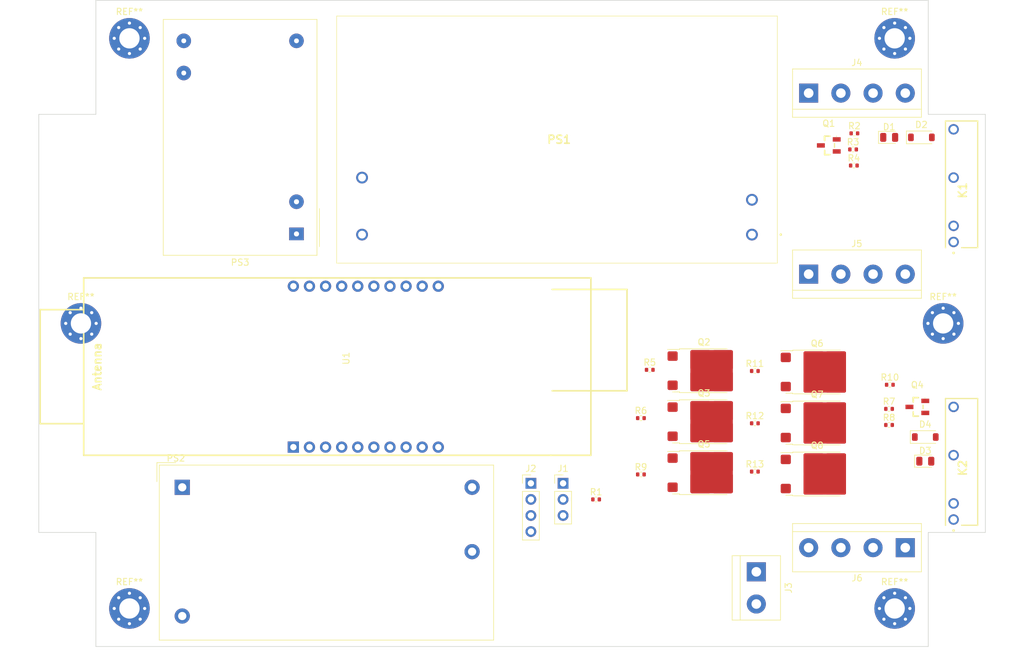
<source format=kicad_pcb>
(kicad_pcb (version 20221018) (generator pcbnew)
  (layers (0 "F.Cu" signal) (31 "B.Cu" signal) (34 "B.Paste" user) (35 "F.Paste" user) (36 "B.SilkS" user "B.Silkscreen") (37 "F.SilkS" user "F.Silkscreen") (38 "B.Mask" user) (39 "F.Mask" user) (44 "Edge.Cuts" user))
  (net 0 "")
  (net 1 "Net-(D1-K)")
  (net 2 "Net-(D1-A)")
  (net 3 "+5V")
  (net 4 "GND")
  (net 5 "+3V3")
  (net 6 "Net-(D3-K)")
  (net 7 "Net-(D3-A)")
  (net 8 "Net-(J1-Pin_3)")
  (net 9 "Net-(J2-Pin_4)")
  (net 10 "Net-(J3-Pin_1)")
  (net 11 "Net-(J3-Pin_2)")
  (net 12 "+12V")
  (net 13 "Net-(J4-Pin_2)")
  (net 14 "Net-(J4-Pin_3)")
  (net 15 "Net-(J4-Pin_4)")
  (net 16 "+24V")
  (net 17 "Net-(J6-Pin_2)")
  (net 18 "Net-(J6-Pin_3)")
  (net 19 "Net-(J6-Pin_4)")
  (net 20 "Net-(PS1-AC{slash}L)")
  (net 21 "Net-(PS2-AC{slash}L)")
  (net 23 "Net-(Q1-B)")
  (net 24 "Net-(Q2-G)")
  (net 25 "Net-(Q3-G)")
  (net 26 "Net-(Q4-B)")
  (net 27 "Net-(Q5-G)")
  (net 28 "Net-(Q6-G)")
  (net 29 "Net-(Q7-G)")
  (net 30 "Net-(Q8-G)")
  (net 31 "Net-(U1-GPIO33)")
  (net 32 "Net-(U1-GPIO32)")
  (footprint "jlcpcb:SOT-23-3_L2.9-W1.3-P1.90-LS2.4-TR" (layer "F.Cu") (at 201.93 61.595)
    (fp_text reference "Q1" (at 0 -3.459995) (layer "F.SilkS"))
    (fp_text value "2N3904")
    (fp_line (start -0.649987 -1.459995) (end -0.649987 -0.800102) (stroke (width 0.254)) (layer "F.SilkS"))
    (fp_line (start -0.649987 -1.459995) (end 0.1651 -1.459995) (stroke (width 0.254)) (layer "F.SilkS"))
    (fp_line (start -0.649987 -0.800102) (end -0.649987 -1.459995) (stroke (width 0.254)) (layer "F.SilkS"))
    (fp_line (start -0.649987 -0.800102) (end -0.649987 -1.459995) (stroke (width 0.254)) (layer "F.SilkS"))
    (fp_line (start -0.649987 1.459995) (end -0.649987 0.800102) (stroke (width 0.254)) (layer "F.SilkS"))
    (fp_line (start 0.1651 1.459995) (end -0.649987 1.459995) (stroke (width 0.254)) (layer "F.SilkS"))
    (fp_line (start 0.899924 0.299975) (end 0.899924 -0.299975) (stroke (width 0.2)) (layer "F.SilkS"))
    (fp_circle (center 1.2 -1.450013) (end 1.229997 -1.450013) (stroke (width 0.059995)) (fill none) (layer "F.SilkS"))
    (pad "1" smd rect (at 1.249682 -0.949962 270) (size 0.7 1.250013) (layers "F.Cu" "F.Paste" "F.Mask") (net 4 "GND"))
    (pad "2" smd rect (at 1.249682 0.949962 270) (size 0.7 1.250013) (layers "F.Cu" "F.Paste" "F.Mask") (net 23 "Net-(Q1-B)"))
    (pad "3" smd rect (at -1.249682 0 270) (size 0.7 1.250013) (layers "F.Cu" "F.Paste" "F.Mask") (net 1 "Net-(D1-K)"))
  )
  (footprint "Package_TO_SOT_SMD:ATPAK-2" (layer "F.Cu") (at 200.095 105.41)
    (fp_text reference "Q7" (at 0 -4.5) (layer "F.SilkS"))
    (fp_text value "IRLZ44N")
    (fp_line (start -3.85 -3.45) (end -3.85 -3.35) (stroke (width 0.12)) (layer "F.SilkS"))
    (fp_line (start -3.85 -3.35) (end -5.75 -3.35) (stroke (width 0.12)) (layer "F.SilkS"))
    (fp_line (start -3.85 3.35) (end -4.95 3.35) (stroke (width 0.12)) (layer "F.SilkS"))
    (fp_line (start -3.85 3.45) (end -3.85 3.35) (stroke (width 0.12)) (layer "F.SilkS"))
    (fp_line (start 3.65 -3.45) (end -3.85 -3.45) (stroke (width 0.12)) (layer "F.SilkS"))
    (fp_line (start 3.65 3.45) (end -3.85 3.45) (stroke (width 0.12)) (layer "F.SilkS"))
    (pad "1" smd roundrect (at -4.95 -2.3) (size 1.6 1.5) (layers "F.Cu" "F.Paste" "F.Mask") (roundrect_rratio 0.166667) (net 29 "Net-(Q7-G)"))
    (pad "2" smd roundrect (at -0.55 -1.7) (size 3.2 3.1) (layers "F.Cu" "F.Paste") (roundrect_rratio 0.080645) (net 14 "Net-(J4-Pin_3)"))
    (pad "2" smd roundrect (at -0.55 1.7) (size 3.2 3.1) (layers "F.Cu" "F.Paste") (roundrect_rratio 0.080645) (net 14 "Net-(J4-Pin_3)"))
    (pad "2" smd roundrect (at 1.2 0) (size 6.7 6.5) (layers "F.Cu" "F.Mask") (roundrect_rratio 0.038462) (net 14 "Net-(J4-Pin_3)"))
    (pad "2" smd roundrect (at 2.95 -1.7) (size 3.2 3.1) (layers "F.Cu" "F.Paste") (roundrect_rratio 0.080645) (net 14 "Net-(J4-Pin_3)"))
    (pad "2" smd roundrect (at 2.95 1.7) (size 3.2 3.1) (layers "F.Cu" "F.Paste") (roundrect_rratio 0.080645) (net 14 "Net-(J4-Pin_3)"))
    (pad "3" smd roundrect (at -4.95 2.3) (size 1.6 1.5) (layers "F.Cu" "F.Paste" "F.Mask") (roundrect_rratio 0.166667) (net 4 "GND"))
  )
  (footprint "MountingHole:MountingHole_3.2mm_M3_Pad_Via" (layer "F.Cu") (at 212.32 134.69)
    (fp_text reference "REF**" (at 0 -4.2) (layer "F.SilkS"))
    (fp_text value "MountingHole_3.2mm_M3_Pad_Via")
    (pad "1" thru_hole circle locked (at -2.4 0) (size 0.8 0.8) (drill 0.5) (layers "*.Cu" "*.Mask"))
    (pad "1" thru_hole circle locked (at -1.697056 -1.697056) (size 0.8 0.8) (drill 0.5) (layers "*.Cu" "*.Mask"))
    (pad "1" thru_hole circle locked (at -1.697056 1.697056) (size 0.8 0.8) (drill 0.5) (layers "*.Cu" "*.Mask"))
    (pad "1" thru_hole circle locked (at 0 -2.4) (size 0.8 0.8) (drill 0.5) (layers "*.Cu" "*.Mask"))
    (pad "1" thru_hole circle locked (at 0 0) (size 6.4 6.4) (drill 3.2) (layers "*.Cu" "*.Mask"))
    (pad "1" thru_hole circle locked (at 0 2.4) (size 0.8 0.8) (drill 0.5) (layers "*.Cu" "*.Mask"))
    (pad "1" thru_hole circle locked (at 1.697056 -1.697056) (size 0.8 0.8) (drill 0.5) (layers "*.Cu" "*.Mask"))
    (pad "1" thru_hole circle locked (at 1.697056 1.697056) (size 0.8 0.8) (drill 0.5) (layers "*.Cu" "*.Mask"))
    (pad "1" thru_hole circle locked (at 2.4 0) (size 0.8 0.8) (drill 0.5) (layers "*.Cu" "*.Mask"))
  )
  (footprint "Resistor_SMD:R_0402_1005Metric" (layer "F.Cu") (at 205.967818 59.69)
    (fp_text reference "R2" (at 0 -1.17) (layer "F.SilkS"))
    (fp_text value "1KΩ")
    (fp_line (start -0.153641 -0.38) (end 0.153641 -0.38) (stroke (width 0.12)) (layer "F.SilkS"))
    (fp_line (start -0.153641 0.38) (end 0.153641 0.38) (stroke (width 0.12)) (layer "F.SilkS"))
    (pad "1" smd roundrect (at -0.51 0) (size 0.54 0.64) (layers "F.Cu" "F.Paste" "F.Mask") (net 23 "Net-(Q1-B)"))
    (pad "2" smd roundrect (at 0.51 0) (size 0.54 0.64) (layers "F.Cu" "F.Paste" "F.Mask") (net 31 "Net-(U1-GPIO33)"))
  )
  (footprint "Resistor_SMD:R_0402_1005Metric" (layer "F.Cu") (at 173.69 97.02)
    (fp_text reference "R5" (at 0 -1.17) (layer "F.SilkS"))
    (fp_text value "10KΩ")
    (fp_line (start -0.153641 -0.38) (end 0.153641 -0.38) (stroke (width 0.12)) (layer "F.SilkS"))
    (fp_line (start -0.153641 0.38) (end 0.153641 0.38) (stroke (width 0.12)) (layer "F.SilkS"))
    (pad "1" smd roundrect (at -0.51 0) (size 0.54 0.64) (layers "F.Cu" "F.Paste" "F.Mask") (net 24 "Net-(Q2-G)"))
    (pad "2" smd roundrect (at 0.51 0) (size 0.54 0.64) (layers "F.Cu" "F.Paste" "F.Mask") (net 4 "GND"))
  )
  (footprint "Resistor_SMD:R_0402_1005Metric" (layer "F.Cu") (at 190.27 105.46)
    (fp_text reference "R12" (at 0 -1.17) (layer "F.SilkS"))
    (fp_text value "10KΩ")
    (fp_line (start -0.153641 -0.38) (end 0.153641 -0.38) (stroke (width 0.12)) (layer "F.SilkS"))
    (fp_line (start -0.153641 0.38) (end 0.153641 0.38) (stroke (width 0.12)) (layer "F.SilkS"))
    (pad "1" smd roundrect (at -0.51 0) (size 0.54 0.64) (layers "F.Cu" "F.Paste" "F.Mask") (net 29 "Net-(Q7-G)"))
    (pad "2" smd roundrect (at 0.51 0) (size 0.54 0.64) (layers "F.Cu" "F.Paste" "F.Mask") (net 4 "GND"))
  )
  (footprint "Package_TO_SOT_SMD:ATPAK-2" (layer "F.Cu") (at 182.245 97.155)
    (fp_text reference "Q2" (at 0 -4.5) (layer "F.SilkS"))
    (fp_text value "IRLZ44N")
    (fp_line (start -3.85 -3.45) (end -3.85 -3.35) (stroke (width 0.12)) (layer "F.SilkS"))
    (fp_line (start -3.85 -3.35) (end -5.75 -3.35) (stroke (width 0.12)) (layer "F.SilkS"))
    (fp_line (start -3.85 3.35) (end -4.95 3.35) (stroke (width 0.12)) (layer "F.SilkS"))
    (fp_line (start -3.85 3.45) (end -3.85 3.35) (stroke (width 0.12)) (layer "F.SilkS"))
    (fp_line (start 3.65 -3.45) (end -3.85 -3.45) (stroke (width 0.12)) (layer "F.SilkS"))
    (fp_line (start 3.65 3.45) (end -3.85 3.45) (stroke (width 0.12)) (layer "F.SilkS"))
    (pad "1" smd roundrect (at -4.95 -2.3) (size 1.6 1.5) (layers "F.Cu" "F.Paste" "F.Mask") (roundrect_rratio 0.166667) (net 24 "Net-(Q2-G)"))
    (pad "2" smd roundrect (at -0.55 -1.7) (size 3.2 3.1) (layers "F.Cu" "F.Paste") (roundrect_rratio 0.080645) (net 17 "Net-(J6-Pin_2)"))
    (pad "2" smd roundrect (at -0.55 1.7) (size 3.2 3.1) (layers "F.Cu" "F.Paste") (roundrect_rratio 0.080645) (net 17 "Net-(J6-Pin_2)"))
    (pad "2" smd roundrect (at 1.2 0) (size 6.7 6.5) (layers "F.Cu" "F.Mask") (roundrect_rratio 0.038462) (net 17 "Net-(J6-Pin_2)"))
    (pad "2" smd roundrect (at 2.95 -1.7) (size 3.2 3.1) (layers "F.Cu" "F.Paste") (roundrect_rratio 0.080645) (net 17 "Net-(J6-Pin_2)"))
    (pad "2" smd roundrect (at 2.95 1.7) (size 3.2 3.1) (layers "F.Cu" "F.Paste") (roundrect_rratio 0.080645) (net 17 "Net-(J6-Pin_2)"))
    (pad "3" smd roundrect (at -4.95 2.3) (size 1.6 1.5) (layers "F.Cu" "F.Paste" "F.Mask") (roundrect_rratio 0.166667) (net 4 "GND"))
  )
  (footprint "rs-online:G6DN-1A-L" (layer "F.Cu") (at 221.615 59.055 90)
    (fp_text reference "K1" (at -9.64453 1.43716 90) (layer "F.SilkS") (effects (font (size 1.27 1.27) (thickness 0.254))))
    (fp_text value "G6DN-1A-L_DC5" hide)
    (fp_line (start -18.68 -1.28) (end -18.68 -1.26) (stroke (width 0.2)) (layer "F.SilkS"))
    (fp_line (start -18.68 -1.28) (end 1.32 -1.28) (stroke (width 0.2)) (layer "F.SilkS"))
    (fp_line (start -18.68 3.8) (end -18.68 1.26) (stroke (width 0.2)) (layer "F.SilkS"))
    (fp_line (start 1.32 -1.28) (end 1.32 3.8) (stroke (width 0.2)) (layer "F.SilkS"))
    (fp_line (start 1.32 3.8) (end -18.68 3.8) (stroke (width 0.2)) (layer "F.SilkS"))
    (fp_circle (center -19.513 -0.001) (end -19.513 0.11216) (stroke (width 0.2)) (fill none) (layer "F.SilkS"))
    (pad "1" thru_hole circle (at -17.78 0 90) (size 1.65 1.65) (drill 1.1) (layers "*.Cu" "*.Mask") (net 3 "+5V"))
    (pad "2" thru_hole circle (at -15.24 0 90) (size 1.65 1.65) (drill 1.1) (layers "*.Cu" "*.Mask") (net 1 "Net-(D1-K)"))
    (pad "5" thru_hole circle (at -7.62 0 90) (size 1.65 1.65) (drill 1.1) (layers "*.Cu" "*.Mask") (net 10 "Net-(J3-Pin_1)"))
    (pad "8" thru_hole circle (at 0 0 90) (size 1.65 1.65) (drill 1.1) (layers "*.Cu" "*.Mask") (net 20 "Net-(PS1-AC{slash}L)"))
  )
  (footprint "Resistor_SMD:R_0402_1005Metric" (layer "F.Cu") (at 205.760318 62.23)
    (fp_text reference "R3" (at 0 -1.17) (layer "F.SilkS"))
    (fp_text value "10KΩ")
    (fp_line (start -0.153641 -0.38) (end 0.153641 -0.38) (stroke (width 0.12)) (layer "F.SilkS"))
    (fp_line (start -0.153641 0.38) (end 0.153641 0.38) (stroke (width 0.12)) (layer "F.SilkS"))
    (pad "1" smd roundrect (at -0.51 0) (size 0.54 0.64) (layers "F.Cu" "F.Paste" "F.Mask") (net 23 "Net-(Q1-B)"))
    (pad "2" smd roundrect (at 0.51 0) (size 0.54 0.64) (layers "F.Cu" "F.Paste" "F.Mask") (net 4 "GND"))
  )
  (footprint "Package_TO_SOT_SMD:ATPAK-2" (layer "F.Cu") (at 200.095 113.46)
    (fp_text reference "Q8" (at 0 -4.5) (layer "F.SilkS"))
    (fp_text value "IRLZ44N")
    (fp_line (start -3.85 -3.45) (end -3.85 -3.35) (stroke (width 0.12)) (layer "F.SilkS"))
    (fp_line (start -3.85 -3.35) (end -5.75 -3.35) (stroke (width 0.12)) (layer "F.SilkS"))
    (fp_line (start -3.85 3.35) (end -4.95 3.35) (stroke (width 0.12)) (layer "F.SilkS"))
    (fp_line (start -3.85 3.45) (end -3.85 3.35) (stroke (width 0.12)) (layer "F.SilkS"))
    (fp_line (start 3.65 -3.45) (end -3.85 -3.45) (stroke (width 0.12)) (layer "F.SilkS"))
    (fp_line (start 3.65 3.45) (end -3.85 3.45) (stroke (width 0.12)) (layer "F.SilkS"))
    (pad "1" smd roundrect (at -4.95 -2.3) (size 1.6 1.5) (layers "F.Cu" "F.Paste" "F.Mask") (roundrect_rratio 0.166667) (net 30 "Net-(Q8-G)"))
    (pad "2" smd roundrect (at -0.55 -1.7) (size 3.2 3.1) (layers "F.Cu" "F.Paste") (roundrect_rratio 0.080645) (net 15 "Net-(J4-Pin_4)"))
    (pad "2" smd roundrect (at -0.55 1.7) (size 3.2 3.1) (layers "F.Cu" "F.Paste") (roundrect_rratio 0.080645) (net 15 "Net-(J4-Pin_4)"))
    (pad "2" smd roundrect (at 1.2 0) (size 6.7 6.5) (layers "F.Cu" "F.Mask") (roundrect_rratio 0.038462) (net 15 "Net-(J4-Pin_4)"))
    (pad "2" smd roundrect (at 2.95 -1.7) (size 3.2 3.1) (layers "F.Cu" "F.Paste") (roundrect_rratio 0.080645) (net 15 "Net-(J4-Pin_4)"))
    (pad "2" smd roundrect (at 2.95 1.7) (size 3.2 3.1) (layers "F.Cu" "F.Paste") (roundrect_rratio 0.080645) (net 15 "Net-(J4-Pin_4)"))
    (pad "3" smd roundrect (at -4.95 2.3) (size 1.6 1.5) (layers "F.Cu" "F.Paste" "F.Mask") (roundrect_rratio 0.166667) (net 4 "GND"))
  )
  (footprint "MountingHole:MountingHole_3.2mm_M3_Pad_Via" (layer "F.Cu") (at 91.62 134.69)
    (fp_text reference "REF**" (at 0 -4.2) (layer "F.SilkS"))
    (fp_text value "MountingHole_3.2mm_M3_Pad_Via")
    (pad "1" thru_hole circle locked (at -2.4 0) (size 0.8 0.8) (drill 0.5) (layers "*.Cu" "*.Mask"))
    (pad "1" thru_hole circle locked (at -1.697056 -1.697056) (size 0.8 0.8) (drill 0.5) (layers "*.Cu" "*.Mask"))
    (pad "1" thru_hole circle locked (at -1.697056 1.697056) (size 0.8 0.8) (drill 0.5) (layers "*.Cu" "*.Mask"))
    (pad "1" thru_hole circle locked (at 0 -2.4) (size 0.8 0.8) (drill 0.5) (layers "*.Cu" "*.Mask"))
    (pad "1" thru_hole circle locked (at 0 0) (size 6.4 6.4) (drill 3.2) (layers "*.Cu" "*.Mask"))
    (pad "1" thru_hole circle locked (at 0 2.4) (size 0.8 0.8) (drill 0.5) (layers "*.Cu" "*.Mask"))
    (pad "1" thru_hole circle locked (at 1.697056 -1.697056) (size 0.8 0.8) (drill 0.5) (layers "*.Cu" "*.Mask"))
    (pad "1" thru_hole circle locked (at 1.697056 1.697056) (size 0.8 0.8) (drill 0.5) (layers "*.Cu" "*.Mask"))
    (pad "1" thru_hole circle locked (at 2.4 0) (size 0.8 0.8) (drill 0.5) (layers "*.Cu" "*.Mask"))
  )
  (footprint "TerminalBlock:TerminalBlock_bornier-4_P5.08mm" (layer "F.Cu") (at 198.755 81.915)
    (fp_text reference "J5" (at 7.6 -4.8) (layer "F.SilkS"))
    (fp_text value "Screw_Terminal_01x04")
    (fp_line (start -2.54 -3.81) (end -2.54 3.81) (stroke (width 0.12)) (layer "F.SilkS"))
    (fp_line (start -2.54 -3.81) (end 17.78 -3.81) (stroke (width 0.12)) (layer "F.SilkS"))
    (fp_line (start -2.54 3.81) (end 17.78 3.81) (stroke (width 0.12)) (layer "F.SilkS"))
    (fp_line (start 17.78 2.54) (end -2.54 2.54) (stroke (width 0.12)) (layer "F.SilkS"))
    (fp_line (start 17.78 3.81) (end 17.78 -3.81) (stroke (width 0.12)) (layer "F.SilkS"))
    (pad "1" thru_hole rect (at 0 0) (size 3 3) (drill 1.52) (layers "*.Cu" "*.Mask") (net 12 "+12V"))
    (pad "2" thru_hole circle (at 5.08 0) (size 3 3) (drill 1.52) (layers "*.Cu" "*.Mask") (net 13 "Net-(J4-Pin_2)"))
    (pad "3" thru_hole circle (at 10.16 0) (size 3 3) (drill 1.52) (layers "*.Cu" "*.Mask") (net 14 "Net-(J4-Pin_3)"))
    (pad "4" thru_hole circle (at 15.24 0) (size 3 3) (drill 1.52) (layers "*.Cu" "*.Mask") (net 15 "Net-(J4-Pin_4)"))
  )
  (footprint "TerminalBlock:TerminalBlock_bornier-4_P5.08mm" (layer "F.Cu") (at 213.995 125.095 180)
    (fp_text reference "J6" (at 7.6 -4.8) (layer "F.SilkS"))
    (fp_text value "Screw_Terminal_01x04")
    (fp_line (start -2.54 -3.81) (end -2.54 3.81) (stroke (width 0.12)) (layer "F.SilkS"))
    (fp_line (start -2.54 -3.81) (end 17.78 -3.81) (stroke (width 0.12)) (layer "F.SilkS"))
    (fp_line (start -2.54 3.81) (end 17.78 3.81) (stroke (width 0.12)) (layer "F.SilkS"))
    (fp_line (start 17.78 2.54) (end -2.54 2.54) (stroke (width 0.12)) (layer "F.SilkS"))
    (fp_line (start 17.78 3.81) (end 17.78 -3.81) (stroke (width 0.12)) (layer "F.SilkS"))
    (pad "1" thru_hole rect (at 0 0 180) (size 3 3) (drill 1.52) (layers "*.Cu" "*.Mask") (net 16 "+24V"))
    (pad "2" thru_hole circle (at 5.08 0 180) (size 3 3) (drill 1.52) (layers "*.Cu" "*.Mask") (net 17 "Net-(J6-Pin_2)"))
    (pad "3" thru_hole circle (at 10.16 0 180) (size 3 3) (drill 1.52) (layers "*.Cu" "*.Mask") (net 18 "Net-(J6-Pin_3)"))
    (pad "4" thru_hole circle (at 15.24 0 180) (size 3 3) (drill 1.52) (layers "*.Cu" "*.Mask") (net 19 "Net-(J6-Pin_4)"))
  )
  (footprint "Resistor_SMD:R_0402_1005Metric" (layer "F.Cu") (at 211.434682 103.184962)
    (fp_text reference "R7" (at 0 -1.17) (layer "F.SilkS"))
    (fp_text value "1KΩ")
    (fp_line (start -0.153641 -0.38) (end 0.153641 -0.38) (stroke (width 0.12)) (layer "F.SilkS"))
    (fp_line (start -0.153641 0.38) (end 0.153641 0.38) (stroke (width 0.12)) (layer "F.SilkS"))
    (pad "1" smd roundrect (at -0.51 0) (size 0.54 0.64) (layers "F.Cu" "F.Paste" "F.Mask") (net 26 "Net-(Q4-B)"))
    (pad "2" smd roundrect (at 0.51 0) (size 0.54 0.64) (layers "F.Cu" "F.Paste" "F.Mask") (net 32 "Net-(U1-GPIO32)"))
  )
  (footprint "MountingHole:MountingHole_3.2mm_M3_Pad_Via" (layer "F.Cu") (at 91.62 44.69)
    (fp_text reference "REF**" (at 0 -4.2) (layer "F.SilkS"))
    (fp_text value "MountingHole_3.2mm_M3_Pad_Via")
    (pad "1" thru_hole circle locked (at -2.4 0) (size 0.8 0.8) (drill 0.5) (layers "*.Cu" "*.Mask"))
    (pad "1" thru_hole circle locked (at -1.697056 -1.697056) (size 0.8 0.8) (drill 0.5) (layers "*.Cu" "*.Mask"))
    (pad "1" thru_hole circle locked (at -1.697056 1.697056) (size 0.8 0.8) (drill 0.5) (layers "*.Cu" "*.Mask"))
    (pad "1" thru_hole circle locked (at 0 -2.4) (size 0.8 0.8) (drill 0.5) (layers "*.Cu" "*.Mask"))
    (pad "1" thru_hole circle locked (at 0 0) (size 6.4 6.4) (drill 3.2) (layers "*.Cu" "*.Mask"))
    (pad "1" thru_hole circle locked (at 0 2.4) (size 0.8 0.8) (drill 0.5) (layers "*.Cu" "*.Mask"))
    (pad "1" thru_hole circle locked (at 1.697056 -1.697056) (size 0.8 0.8) (drill 0.5) (layers "*.Cu" "*.Mask"))
    (pad "1" thru_hole circle locked (at 1.697056 1.697056) (size 0.8 0.8) (drill 0.5) (layers "*.Cu" "*.Mask"))
    (pad "1" thru_hole circle locked (at 2.4 0) (size 0.8 0.8) (drill 0.5) (layers "*.Cu" "*.Mask"))
  )
  (footprint "Resistor_SMD:R_0402_1005Metric" (layer "F.Cu") (at 211.434682 105.724962)
    (fp_text reference "R8" (at 0 -1.17) (layer "F.SilkS"))
    (fp_text value "10KΩ")
    (fp_line (start -0.153641 -0.38) (end 0.153641 -0.38) (stroke (width 0.12)) (layer "F.SilkS"))
    (fp_line (start -0.153641 0.38) (end 0.153641 0.38) (stroke (width 0.12)) (layer "F.SilkS"))
    (pad "1" smd roundrect (at -0.51 0) (size 0.54 0.64) (layers "F.Cu" "F.Paste" "F.Mask") (net 26 "Net-(Q4-B)"))
    (pad "2" smd roundrect (at 0.51 0) (size 0.54 0.64) (layers "F.Cu" "F.Paste" "F.Mask") (net 4 "GND"))
  )
  (footprint "Package_TO_SOT_SMD:ATPAK-2" (layer "F.Cu") (at 182.245 105.205)
    (fp_text reference "Q3" (at 0 -4.5) (layer "F.SilkS"))
    (fp_text value "IRLZ44N")
    (fp_line (start -3.85 -3.45) (end -3.85 -3.35) (stroke (width 0.12)) (layer "F.SilkS"))
    (fp_line (start -3.85 -3.35) (end -5.75 -3.35) (stroke (width 0.12)) (layer "F.SilkS"))
    (fp_line (start -3.85 3.35) (end -4.95 3.35) (stroke (width 0.12)) (layer "F.SilkS"))
    (fp_line (start -3.85 3.45) (end -3.85 3.35) (stroke (width 0.12)) (layer "F.SilkS"))
    (fp_line (start 3.65 -3.45) (end -3.85 -3.45) (stroke (width 0.12)) (layer "F.SilkS"))
    (fp_line (start 3.65 3.45) (end -3.85 3.45) (stroke (width 0.12)) (layer "F.SilkS"))
    (pad "1" smd roundrect (at -4.95 -2.3) (size 1.6 1.5) (layers "F.Cu" "F.Paste" "F.Mask") (roundrect_rratio 0.166667) (net 25 "Net-(Q3-G)"))
    (pad "2" smd roundrect (at -0.55 -1.7) (size 3.2 3.1) (layers "F.Cu" "F.Paste") (roundrect_rratio 0.080645) (net 18 "Net-(J6-Pin_3)"))
    (pad "2" smd roundrect (at -0.55 1.7) (size 3.2 3.1) (layers "F.Cu" "F.Paste") (roundrect_rratio 0.080645) (net 18 "Net-(J6-Pin_3)"))
    (pad "2" smd roundrect (at 1.2 0) (size 6.7 6.5) (layers "F.Cu" "F.Mask") (roundrect_rratio 0.038462) (net 18 "Net-(J6-Pin_3)"))
    (pad "2" smd roundrect (at 2.95 -1.7) (size 3.2 3.1) (layers "F.Cu" "F.Paste") (roundrect_rratio 0.080645) (net 18 "Net-(J6-Pin_3)"))
    (pad "2" smd roundrect (at 2.95 1.7) (size 3.2 3.1) (layers "F.Cu" "F.Paste") (roundrect_rratio 0.080645) (net 18 "Net-(J6-Pin_3)"))
    (pad "3" smd roundrect (at -4.95 2.3) (size 1.6 1.5) (layers "F.Cu" "F.Paste" "F.Mask") (roundrect_rratio 0.166667) (net 4 "GND"))
  )
  (footprint "Resistor_SMD:R_0402_1005Metric" (layer "F.Cu") (at 211.559682 99.374962)
    (fp_text reference "R10" (at 0 -1.17) (layer "F.SilkS"))
    (fp_text value "1KΩ")
    (fp_line (start -0.153641 -0.38) (end 0.153641 -0.38) (stroke (width 0.12)) (layer "F.SilkS"))
    (fp_line (start -0.153641 0.38) (end 0.153641 0.38) (stroke (width 0.12)) (layer "F.SilkS"))
    (pad "1" smd roundrect (at -0.51 0) (size 0.54 0.64) (layers "F.Cu" "F.Paste" "F.Mask") (net 3 "+5V"))
    (pad "2" smd roundrect (at 0.51 0) (size 0.54 0.64) (layers "F.Cu" "F.Paste" "F.Mask") (net 7 "Net-(D3-A)"))
  )
  (footprint "mylife-footprints:IRM-30-12" (layer "F.Cu") (at 159.385 60.675 180)
    (fp_text reference "PS1" (at 0 0) (layer "F.SilkS") (effects (font (size 1.27 1.27) (thickness 0.254))))
    (fp_text value "Mean Well 12V 2.5A (30W)" hide)
    (fp_line (start -34.975 -15.1) (end -34.975 -15.1) (stroke (width 0.2)) (layer "F.SilkS"))
    (fp_line (start -34.975 -14.9) (end -34.975 -14.9) (stroke (width 0.2)) (layer "F.SilkS"))
    (fp_line (start -34.425 -19.5) (end 35.075 -19.5) (stroke (width 0.1)) (layer "F.SilkS"))
    (fp_line (start -34.425 19.5) (end -34.425 -19.5) (stroke (width 0.1)) (layer "F.SilkS"))
    (fp_line (start 35.075 -19.5) (end 35.075 19.5) (stroke (width 0.1)) (layer "F.SilkS"))
    (fp_line (start 35.075 19.5) (end -34.425 19.5) (stroke (width 0.1)) (layer "F.SilkS"))
    (fp_arc (start -34.975 -15.1) (mid -34.875 -15) (end -34.975 -14.9) (stroke (width 0.2)) (layer "F.SilkS"))
    (fp_arc (start -34.975 -14.9) (mid -35.075 -15) (end -34.975 -15.1) (stroke (width 0.2)) (layer "F.SilkS"))
    (pad "1" thru_hole circle (at -30.425 -15 180) (size 1.86 1.86) (drill 1.24) (layers "*.Cu" "*.Mask") (net 20 "Net-(PS1-AC{slash}L)"))
    (pad "2" thru_hole circle (at -30.425 -9.5 180) (size 1.86 1.86) (drill 1.24) (layers "*.Cu" "*.Mask") (net 11 "Net-(J3-Pin_2)"))
    (pad "3" thru_hole circle (at 31.075 -6 180) (size 1.86 1.86) (drill 1.24) (layers "*.Cu" "*.Mask") (net 12 "+12V"))
    (pad "4" thru_hole circle (at 31.075 -15 180) (size 1.86 1.86) (drill 1.24) (layers "*.Cu" "*.Mask") (net 4 "GND"))
  )
  (footprint "Resistor_SMD:R_0402_1005Metric" (layer "F.Cu") (at 190.27 97.205)
    (fp_text reference "R11" (at 0 -1.17) (layer "F.SilkS"))
    (fp_text value "10KΩ")
    (fp_line (start -0.153641 -0.38) (end 0.153641 -0.38) (stroke (width 0.12)) (layer "F.SilkS"))
    (fp_line (start -0.153641 0.38) (end 0.153641 0.38) (stroke (width 0.12)) (layer "F.SilkS"))
    (pad "1" smd roundrect (at -0.51 0) (size 0.54 0.64) (layers "F.Cu" "F.Paste" "F.Mask") (net 28 "Net-(Q6-G)"))
    (pad "2" smd roundrect (at 0.51 0) (size 0.54 0.64) (layers "F.Cu" "F.Paste" "F.Mask") (net 4 "GND"))
  )
  (footprint "Diode_SMD:D_SOD-123" (layer "F.Cu") (at 217.149682 107.629962)
    (fp_text reference "D4" (at 0 -2) (layer "F.SilkS"))
    (fp_text value "1N4148")
    (fp_line (start -2.36 -1) (end -2.36 1) (stroke (width 0.12)) (layer "F.SilkS"))
    (fp_line (start -2.36 -1) (end 1.65 -1) (stroke (width 0.12)) (layer "F.SilkS"))
    (fp_line (start -2.36 1) (end 1.65 1) (stroke (width 0.12)) (layer "F.SilkS"))
    (pad "1" smd roundrect (at -1.65 0) (size 0.9 1.2) (layers "F.Cu" "F.Paste" "F.Mask") (net 3 "+5V"))
    (pad "2" smd roundrect (at 1.65 0) (size 0.9 1.2) (layers "F.Cu" "F.Paste" "F.Mask") (net 6 "Net-(D3-K)"))
  )
  (footprint "Resistor_SMD:R_0402_1005Metric" (layer "F.Cu") (at 172.295 104.64)
    (fp_text reference "R6" (at 0 -1.17) (layer "F.SilkS"))
    (fp_text value "10KΩ")
    (fp_line (start -0.153641 -0.38) (end 0.153641 -0.38) (stroke (width 0.12)) (layer "F.SilkS"))
    (fp_line (start -0.153641 0.38) (end 0.153641 0.38) (stroke (width 0.12)) (layer "F.SilkS"))
    (pad "1" smd roundrect (at -0.51 0) (size 0.54 0.64) (layers "F.Cu" "F.Paste" "F.Mask") (net 25 "Net-(Q3-G)"))
    (pad "2" smd roundrect (at 0.51 0) (size 0.54 0.64) (layers "F.Cu" "F.Paste" "F.Mask") (net 4 "GND"))
  )
  (footprint "Connector_PinHeader_2.54mm:PinHeader_1x03_P2.54mm_Vertical" (layer "F.Cu") (at 160.02 114.935)
    (fp_text reference "J1" (at 0 -2.33) (layer "F.SilkS"))
    (fp_text value "Conn_01x03_Male")
    (fp_line (start -1.33 -1.33) (end 0 -1.33) (stroke (width 0.12)) (layer "F.SilkS"))
    (fp_line (start -1.33 0) (end -1.33 -1.33) (stroke (width 0.12)) (layer "F.SilkS"))
    (fp_line (start -1.33 1.27) (end -1.33 6.41) (stroke (width 0.12)) (layer "F.SilkS"))
    (fp_line (start -1.33 1.27) (end 1.33 1.27) (stroke (width 0.12)) (layer "F.SilkS"))
    (fp_line (start -1.33 6.41) (end 1.33 6.41) (stroke (width 0.12)) (layer "F.SilkS"))
    (fp_line (start 1.33 1.27) (end 1.33 6.41) (stroke (width 0.12)) (layer "F.SilkS"))
    (pad "1" thru_hole rect (at 0 0) (size 1.7 1.7) (drill 1) (layers "*.Cu" "*.Mask") (net 4 "GND"))
    (pad "2" thru_hole oval (at 0 2.54) (size 1.7 1.7) (drill 1) (layers "*.Cu" "*.Mask") (net 5 "+3V3"))
    (pad "3" thru_hole oval (at 0 5.08) (size 1.7 1.7) (drill 1) (layers "*.Cu" "*.Mask") (net 8 "Net-(J1-Pin_3)"))
  )
  (footprint "Resistor_SMD:R_0402_1005Metric" (layer "F.Cu") (at 190.27 113.08)
    (fp_text reference "R13" (at 0 -1.17) (layer "F.SilkS"))
    (fp_text value "10KΩ")
    (fp_line (start -0.153641 -0.38) (end 0.153641 -0.38) (stroke (width 0.12)) (layer "F.SilkS"))
    (fp_line (start -0.153641 0.38) (end 0.153641 0.38) (stroke (width 0.12)) (layer "F.SilkS"))
    (pad "1" smd roundrect (at -0.51 0) (size 0.54 0.64) (layers "F.Cu" "F.Paste" "F.Mask") (net 30 "Net-(Q8-G)"))
    (pad "2" smd roundrect (at 0.51 0) (size 0.54 0.64) (layers "F.Cu" "F.Paste" "F.Mask") (net 4 "GND"))
  )
  (footprint "Package_TO_SOT_SMD:ATPAK-2" (layer "F.Cu") (at 200.095 97.36)
    (fp_text reference "Q6" (at 0 -4.5) (layer "F.SilkS"))
    (fp_text value "IRLZ44N")
    (fp_line (start -3.85 -3.45) (end -3.85 -3.35) (stroke (width 0.12)) (layer "F.SilkS"))
    (fp_line (start -3.85 -3.35) (end -5.75 -3.35) (stroke (width 0.12)) (layer "F.SilkS"))
    (fp_line (start -3.85 3.35) (end -4.95 3.35) (stroke (width 0.12)) (layer "F.SilkS"))
    (fp_line (start -3.85 3.45) (end -3.85 3.35) (stroke (width 0.12)) (layer "F.SilkS"))
    (fp_line (start 3.65 -3.45) (end -3.85 -3.45) (stroke (width 0.12)) (layer "F.SilkS"))
    (fp_line (start 3.65 3.45) (end -3.85 3.45) (stroke (width 0.12)) (layer "F.SilkS"))
    (pad "1" smd roundrect (at -4.95 -2.3) (size 1.6 1.5) (layers "F.Cu" "F.Paste" "F.Mask") (roundrect_rratio 0.166667) (net 28 "Net-(Q6-G)"))
    (pad "2" smd roundrect (at -0.55 -1.7) (size 3.2 3.1) (layers "F.Cu" "F.Paste") (roundrect_rratio 0.080645) (net 13 "Net-(J4-Pin_2)"))
    (pad "2" smd roundrect (at -0.55 1.7) (size 3.2 3.1) (layers "F.Cu" "F.Paste") (roundrect_rratio 0.080645) (net 13 "Net-(J4-Pin_2)"))
    (pad "2" smd roundrect (at 1.2 0) (size 6.7 6.5) (layers "F.Cu" "F.Mask") (roundrect_rratio 0.038462) (net 13 "Net-(J4-Pin_2)"))
    (pad "2" smd roundrect (at 2.95 -1.7) (size 3.2 3.1) (layers "F.Cu" "F.Paste") (roundrect_rratio 0.080645) (net 13 "Net-(J4-Pin_2)"))
    (pad "2" smd roundrect (at 2.95 1.7) (size 3.2 3.1) (layers "F.Cu" "F.Paste") (roundrect_rratio 0.080645) (net 13 "Net-(J4-Pin_2)"))
    (pad "3" smd roundrect (at -4.95 2.3) (size 1.6 1.5) (layers "F.Cu" "F.Paste" "F.Mask") (roundrect_rratio 0.166667) (net 4 "GND"))
  )
  (footprint "Resistor_SMD:R_0402_1005Metric" (layer "F.Cu") (at 172.295 113.53)
    (fp_text reference "R9" (at 0 -1.17) (layer "F.SilkS"))
    (fp_text value "10KΩ")
    (fp_line (start -0.153641 -0.38) (end 0.153641 -0.38) (stroke (width 0.12)) (layer "F.SilkS"))
    (fp_line (start -0.153641 0.38) (end 0.153641 0.38) (stroke (width 0.12)) (layer "F.SilkS"))
    (pad "1" smd roundrect (at -0.51 0) (size 0.54 0.64) (layers "F.Cu" "F.Paste" "F.Mask") (net 27 "Net-(Q5-G)"))
    (pad "2" smd roundrect (at 0.51 0) (size 0.54 0.64) (layers "F.Cu" "F.Paste" "F.Mask") (net 4 "GND"))
  )
  (footprint "TerminalBlock:TerminalBlock_bornier-4_P5.08mm" (layer "F.Cu") (at 198.755 53.34)
    (fp_text reference "J4" (at 7.6 -4.8) (layer "F.SilkS"))
    (fp_text value "Screw_Terminal_01x04")
    (fp_line (start -2.54 -3.81) (end -2.54 3.81) (stroke (width 0.12)) (layer "F.SilkS"))
    (fp_line (start -2.54 -3.81) (end 17.78 -3.81) (stroke (width 0.12)) (layer "F.SilkS"))
    (fp_line (start -2.54 3.81) (end 17.78 3.81) (stroke (width 0.12)) (layer "F.SilkS"))
    (fp_line (start 17.78 2.54) (end -2.54 2.54) (stroke (width 0.12)) (layer "F.SilkS"))
    (fp_line (start 17.78 3.81) (end 17.78 -3.81) (stroke (width 0.12)) (layer "F.SilkS"))
    (pad "1" thru_hole rect (at 0 0) (size 3 3) (drill 1.52) (layers "*.Cu" "*.Mask") (net 12 "+12V"))
    (pad "2" thru_hole circle (at 5.08 0) (size 3 3) (drill 1.52) (layers "*.Cu" "*.Mask") (net 13 "Net-(J4-Pin_2)"))
    (pad "3" thru_hole circle (at 10.16 0) (size 3 3) (drill 1.52) (layers "*.Cu" "*.Mask") (net 14 "Net-(J4-Pin_3)"))
    (pad "4" thru_hole circle (at 15.24 0) (size 3 3) (drill 1.52) (layers "*.Cu" "*.Mask") (net 15 "Net-(J4-Pin_4)"))
  )
  (footprint "MountingHole:MountingHole_3.2mm_M3_Pad_Via" (layer "F.Cu") (at 83.97 89.69)
    (fp_text reference "REF**" (at 0 -4.2) (layer "F.SilkS"))
    (fp_text value "MountingHole_3.2mm_M3_Pad_Via")
    (pad "1" thru_hole circle locked (at -2.4 0) (size 0.8 0.8) (drill 0.5) (layers "*.Cu" "*.Mask"))
    (pad "1" thru_hole circle locked (at -1.697056 -1.697056) (size 0.8 0.8) (drill 0.5) (layers "*.Cu" "*.Mask"))
    (pad "1" thru_hole circle locked (at -1.697056 1.697056) (size 0.8 0.8) (drill 0.5) (layers "*.Cu" "*.Mask"))
    (pad "1" thru_hole circle locked (at 0 -2.4) (size 0.8 0.8) (drill 0.5) (layers "*.Cu" "*.Mask"))
    (pad "1" thru_hole circle locked (at 0 0) (size 6.4 6.4) (drill 3.2) (layers "*.Cu" "*.Mask"))
    (pad "1" thru_hole circle locked (at 0 2.4) (size 0.8 0.8) (drill 0.5) (layers "*.Cu" "*.Mask"))
    (pad "1" thru_hole circle locked (at 1.697056 -1.697056) (size 0.8 0.8) (drill 0.5) (layers "*.Cu" "*.Mask"))
    (pad "1" thru_hole circle locked (at 1.697056 1.697056) (size 0.8 0.8) (drill 0.5) (layers "*.Cu" "*.Mask"))
    (pad "1" thru_hole circle locked (at 2.4 0) (size 0.8 0.8) (drill 0.5) (layers "*.Cu" "*.Mask"))
  )
  (footprint "MountingHole:MountingHole_3.2mm_M3_Pad_Via" (layer "F.Cu") (at 219.97 89.69)
    (fp_text reference "REF**" (at 0 -4.2) (layer "F.SilkS"))
    (fp_text value "MountingHole_3.2mm_M3_Pad_Via")
    (pad "1" thru_hole circle locked (at -2.4 0) (size 0.8 0.8) (drill 0.5) (layers "*.Cu" "*.Mask"))
    (pad "1" thru_hole circle locked (at -1.697056 -1.697056) (size 0.8 0.8) (drill 0.5) (layers "*.Cu" "*.Mask"))
    (pad "1" thru_hole circle locked (at -1.697056 1.697056) (size 0.8 0.8) (drill 0.5) (layers "*.Cu" "*.Mask"))
    (pad "1" thru_hole circle locked (at 0 -2.4) (size 0.8 0.8) (drill 0.5) (layers "*.Cu" "*.Mask"))
    (pad "1" thru_hole circle locked (at 0 0) (size 6.4 6.4) (drill 3.2) (layers "*.Cu" "*.Mask"))
    (pad "1" thru_hole circle locked (at 0 2.4) (size 0.8 0.8) (drill 0.5) (layers "*.Cu" "*.Mask"))
    (pad "1" thru_hole circle locked (at 1.697056 -1.697056) (size 0.8 0.8) (drill 0.5) (layers "*.Cu" "*.Mask"))
    (pad "1" thru_hole circle locked (at 1.697056 1.697056) (size 0.8 0.8) (drill 0.5) (layers "*.Cu" "*.Mask"))
    (pad "1" thru_hole circle locked (at 2.4 0) (size 0.8 0.8) (drill 0.5) (layers "*.Cu" "*.Mask"))
  )
  (footprint "rs-online:G6DN-1A-L" (layer "F.Cu") (at 221.615 102.87 90)
    (fp_text reference "K2" (at -9.64453 1.43716 90) (layer "F.SilkS") (effects (font (size 1.27 1.27) (thickness 0.254))))
    (fp_text value "G6DN-1A-L_DC5" hide)
    (fp_line (start -18.68 -1.28) (end -18.68 -1.26) (stroke (width 0.2)) (layer "F.SilkS"))
    (fp_line (start -18.68 -1.28) (end 1.32 -1.28) (stroke (width 0.2)) (layer "F.SilkS"))
    (fp_line (start -18.68 3.8) (end -18.68 1.26) (stroke (width 0.2)) (layer "F.SilkS"))
    (fp_line (start 1.32 -1.28) (end 1.32 3.8) (stroke (width 0.2)) (layer "F.SilkS"))
    (fp_line (start 1.32 3.8) (end -18.68 3.8) (stroke (width 0.2)) (layer "F.SilkS"))
    (fp_circle (center -19.513 -0.001) (end -19.513 0.11216) (stroke (width 0.2)) (fill none) (layer "F.SilkS"))
    (pad "1" thru_hole circle (at -17.78 0 90) (size 1.65 1.65) (drill 1.1) (layers "*.Cu" "*.Mask") (net 3 "+5V"))
    (pad "2" thru_hole circle (at -15.24 0 90) (size 1.65 1.65) (drill 1.1) (layers "*.Cu" "*.Mask") (net 6 "Net-(D3-K)"))
    (pad "5" thru_hole circle (at -7.62 0 90) (size 1.65 1.65) (drill 1.1) (layers "*.Cu" "*.Mask") (net 10 "Net-(J3-Pin_1)"))
    (pad "8" thru_hole circle (at 0 0 90) (size 1.65 1.65) (drill 1.1) (layers "*.Cu" "*.Mask") (net 21 "Net-(PS2-AC{slash}L)"))
  )
  (footprint "jlcpcb:SOT-23-3_L2.9-W1.3-P1.90-LS2.4-TR" (layer "F.Cu") (at 215.9 102.87)
    (fp_text reference "Q4" (at 0 -3.459995) (layer "F.SilkS"))
    (fp_text value "2N3904")
    (fp_line (start -0.649987 -1.459995) (end -0.649987 -0.800102) (stroke (width 0.254)) (layer "F.SilkS"))
    (fp_line (start -0.649987 -1.459995) (end 0.1651 -1.459995) (stroke (width 0.254)) (layer "F.SilkS"))
    (fp_line (start -0.649987 -0.800102) (end -0.649987 -1.459995) (stroke (width 0.254)) (layer "F.SilkS"))
    (fp_line (start -0.649987 -0.800102) (end -0.649987 -1.459995) (stroke (width 0.254)) (layer "F.SilkS"))
    (fp_line (start -0.649987 1.459995) (end -0.649987 0.800102) (stroke (width 0.254)) (layer "F.SilkS"))
    (fp_line (start 0.1651 1.459995) (end -0.649987 1.459995) (stroke (width 0.254)) (layer "F.SilkS"))
    (fp_line (start 0.899924 0.299975) (end 0.899924 -0.299975) (stroke (width 0.2)) (layer "F.SilkS"))
    (fp_circle (center 1.2 -1.450013) (end 1.229997 -1.450013) (stroke (width 0.059995)) (fill none) (layer "F.SilkS"))
    (pad "1" smd rect (at 1.249682 -0.949962 270) (size 0.7 1.250013) (layers "F.Cu" "F.Paste" "F.Mask") (net 4 "GND"))
    (pad "2" smd rect (at 1.249682 0.949962 270) (size 0.7 1.250013) (layers "F.Cu" "F.Paste" "F.Mask") (net 26 "Net-(Q4-B)"))
    (pad "3" smd rect (at -1.249682 0 270) (size 0.7 1.250013) (layers "F.Cu" "F.Paste" "F.Mask") (net 6 "Net-(D3-K)"))
  )
  (footprint "TerminalBlock:TerminalBlock_bornier-2_P5.08mm" (layer "F.Cu") (at 190.5 128.905 -90)
    (fp_text reference "J3" (at 2.54 -5.08 90) (layer "F.SilkS"))
    (fp_text value "Screw_Terminal_01x02")
    (fp_line (start -2.54 -3.81) (end -2.54 3.81) (stroke (width 0.12)) (layer "F.SilkS"))
    (fp_line (start -2.54 3.81) (end 7.62 3.81) (stroke (width 0.12)) (layer "F.SilkS"))
    (fp_line (start 7.62 -3.81) (end -2.54 -3.81) (stroke (width 0.12)) (layer "F.SilkS"))
    (fp_line (start 7.62 2.54) (end -2.54 2.54) (stroke (width 0.12)) (layer "F.SilkS"))
    (fp_line (start 7.62 3.81) (end 7.62 -3.81) (stroke (width 0.12)) (layer "F.SilkS"))
    (pad "1" thru_hole rect (at 0 0 270) (size 3 3) (drill 1.52) (layers "*.Cu" "*.Mask") (net 10 "Net-(J3-Pin_1)"))
    (pad "2" thru_hole circle (at 5.08 0 270) (size 3 3) (drill 1.52) (layers "*.Cu" "*.Mask") (net 11 "Net-(J3-Pin_2)"))
  )
  (footprint "mylife-footprints:RS PRO Alim 5V 2A" (layer "F.Cu") (at 99.9475 115.5625)
    (fp_text reference "PS2" (at -1 -4.59) (layer "F.SilkS"))
    (fp_text value "RS PRO 24V 833mA (20W)")
    (fp_line (start -4 -3.89) (end -1 -3.89) (stroke (width 0.12)) (layer "F.SilkS"))
    (fp_line (start -4 -0.89) (end -4 -3.89) (stroke (width 0.12)) (layer "F.SilkS"))
    (fp_line (start -3.62 -3.51) (end -3.62 24.13) (stroke (width 0.12)) (layer "F.SilkS"))
    (fp_line (start -3.62 -3.51) (end 49.12 -3.51) (stroke (width 0.12)) (layer "F.SilkS"))
    (fp_line (start -3.62 24.13) (end 49.12 24.13) (stroke (width 0.12)) (layer "F.SilkS"))
    (fp_line (start 49.12 -3.51) (end 49.12 24.13) (stroke (width 0.12)) (layer "F.SilkS"))
    (pad "1" thru_hole rect (at 0 0) (size 2.4 2.4) (drill 1.3) (layers "*.Cu" "*.Mask") (net 11 "Net-(J3-Pin_2)"))
    (pad "2" thru_hole circle (at 0 20.32) (size 2.4 2.4) (drill 1.3) (layers "*.Cu" "*.Mask") (net 21 "Net-(PS2-AC{slash}L)"))
    (pad "3" thru_hole circle (at 45.72 10.16) (size 2.4 2.4) (drill 1.3) (layers "*.Cu" "*.Mask") (net 4 "GND"))
    (pad "4" thru_hole circle (at 45.72 0) (size 2.4 2.4) (drill 1.3) (layers "*.Cu" "*.Mask") (net 16 "+24V"))
  )
  (footprint "mylife-footprints:ESP32-POE" (layer "F.Cu") (at 127.505 96.48 90)
    (fp_text reference "U1" (at 1.27 -1.7 90 unlocked) (layer "F.SilkS"))
    (fp_text value "ESP32-POE")
    (fp_text user "Antenna" (at -0.04 -40.965 90) (layer "F.SilkS") (effects (font (size 1.27 1.27) (thickness 0.254))))
    (fp_line (start -14.03 -43.1) (end 13.97 -43.1) (stroke (width 0.254)) (layer "F.SilkS"))
    (fp_line (start -14.03 30.58) (end -14.03 -43.1) (stroke (width 0.254)) (layer "F.SilkS"))
    (fp_line (start -14.03 30.58) (end -14.03 36.9) (stroke (width 0.254)) (layer "F.SilkS"))
    (fp_line (start -14.03 36.9) (end 13.97 36.9) (stroke (width 0.254)) (layer "F.SilkS"))
    (fp_line (start -9.04 -49.965) (end -9.04 -43.1) (stroke (width 0.254)) (layer "F.SilkS"))
    (fp_line (start -9.04 -49.965) (end 8.96 -49.965) (stroke (width 0.254)) (layer "F.SilkS"))
    (fp_line (start -3.849 42.596) (end -3.849 30.796) (stroke (width 0.254)) (layer "F.SilkS"))
    (fp_line (start 8.96 -49.965) (end 8.96 -43.1) (stroke (width 0.254)) (layer "F.SilkS"))
    (fp_line (start 12.151 30.796) (end 12.151 42.596) (stroke (width 0.254)) (layer "F.SilkS"))
    (fp_line (start 12.151 42.596) (end -3.849 42.596) (stroke (width 0.254)) (layer "F.SilkS"))
    (fp_line (start 13.97 36.9) (end 13.97 -43.1) (stroke (width 0.254)) (layer "F.SilkS"))
    (pad "1" thru_hole rect (at -12.74 -10.03) (size 1.778 1.778) (drill 1) (layers "*.Cu" "*.Mask") (net 3 "+5V"))
    (pad "2" thru_hole circle (at -12.74 -7.49) (size 1.778 1.778) (drill 1) (layers "*.Cu" "*.Mask") (net 5 "+3V3"))
    (pad "3" thru_hole circle (at -12.74 -4.95) (size 1.778 1.778) (drill 1) (layers "*.Cu" "*.Mask") (net 4 "GND"))
    (pad "4" thru_hole circle (at -12.74 -2.41) (size 1.778 1.778) (drill 1) (layers "*.Cu" "*.Mask"))
    (pad "5" thru_hole circle (at -12.74 0.13) (size 1.778 1.778) (drill 1) (layers "*.Cu" "*.Mask"))
    (pad "6" thru_hole circle (at -12.74 2.67) (size 1.778 1.778) (drill 1) (layers "*.Cu" "*.Mask"))
    (pad "7" thru_hole circle (at -12.74 5.21) (size 1.778 1.778) (drill 1) (layers "*.Cu" "*.Mask"))
    (pad "8" thru_hole circle (at -12.74 7.75) (size 1.778 1.778) (drill 1) (layers "*.Cu" "*.Mask") (net 24 "Net-(Q2-G)"))
    (pad "9" thru_hole circle (at -12.74 10.29) (size 1.778 1.778) (drill 1) (layers "*.Cu" "*.Mask") (net 25 "Net-(Q3-G)"))
    (pad "10" thru_hole circle (at -12.74 12.83) (size 1.778 1.778) (drill 1) (layers "*.Cu" "*.Mask") (net 27 "Net-(Q5-G)"))
    (pad "11" thru_hole circle (at 12.66 12.83) (size 1.778 1.778) (drill 1) (layers "*.Cu" "*.Mask") (net 8 "Net-(J1-Pin_3)"))
    (pad "12" thru_hole circle (at 12.66 10.29) (size 1.778 1.778) (drill 1) (layers "*.Cu" "*.Mask") (net 28 "Net-(Q6-G)"))
    (pad "13" thru_hole circle (at 12.66 7.75) (size 1.778 1.778) (drill 1) (layers "*.Cu" "*.Mask") (net 29 "Net-(Q7-G)"))
    (pad "14" thru_hole circle (at 12.66 5.21) (size 1.778 1.778) (drill 1) (layers "*.Cu" "*.Mask") (net 30 "Net-(Q8-G)"))
    (pad "15" thru_hole circle (at 12.66 2.67) (size 1.778 1.778) (drill 1) (layers "*.Cu" "*.Mask") (net 32 "Net-(U1-GPIO32)"))
    (pad "16" thru_hole circle (at 12.66 0.13) (size 1.778 1.778) (drill 1) (layers "*.Cu" "*.Mask") (net 31 "Net-(U1-GPIO33)"))
    (pad "17" thru_hole circle (at 12.66 -2.41) (size 1.778 1.778) (drill 1) (layers "*.Cu" "*.Mask"))
    (pad "18" thru_hole circle (at 12.66 -4.95) (size 1.778 1.778) (drill 1) (layers "*.Cu" "*.Mask"))
    (pad "19" thru_hole circle (at 12.66 -7.49) (size 1.778 1.778) (drill 1) (layers "*.Cu" "*.Mask") (net 9 "Net-(J2-Pin_4)"))
    (pad "20" thru_hole circle (at 12.66 -10.03) (size 1.778 1.778) (drill 1) (layers "*.Cu" "*.Mask"))
  )
  (footprint "Converter_ACDC:Converter_ACDC_MeanWell_IRM-03-xx_THT" (layer "F.Cu") (at 117.9675 75.565 180)
    (fp_text reference "PS3" (at 8.89 -4.5) (layer "F.SilkS"))
    (fp_text value "Alim RS PRO 5V 1A")
    (fp_line (start -3.61 -2) (end -3.61 4) (stroke (width 0.12)) (layer "F.SilkS"))
    (fp_line (start -3.23 -3.38) (end -3.23 33.86) (stroke (width 0.12)) (layer "F.SilkS"))
    (fp_line (start -3.23 33.86) (end 21.01 33.86) (stroke (width 0.12)) (layer "F.SilkS"))
    (fp_line (start 21.01 -3.38) (end -3.23 -3.38) (stroke (width 0.12)) (layer "F.SilkS"))
    (fp_line (start 21.01 -3.38) (end 21.01 33.86) (stroke (width 0.12)) (layer "F.SilkS"))
    (pad "1" thru_hole rect (at 0 0 180) (size 2.3 2) (drill 0.8) (layers "*.Cu" "*.Mask") (net 10 "Net-(J3-Pin_1)"))
    (pad "3" thru_hole circle (at 0 5.08 180) (size 2.3 2.3) (drill 0.8) (layers "*.Cu" "*.Mask") (net 11 "Net-(J3-Pin_2)"))
    (pad "5" thru_hole circle (at 0 30.48 180) (size 2.3 2.3) (drill 0.76) (layers "*.Cu" "*.Mask"))
    (pad "14" thru_hole circle (at 17.78 30.48 180) (size 2.3 2.3) (drill 0.76) (layers "*.Cu" "*.Mask") (net 4 "GND"))
    (pad "16" thru_hole circle (at 17.78 25.4 180) (size 2.3 2.3) (drill 0.76) (layers "*.Cu" "*.Mask") (net 3 "+5V"))
  )
  (footprint "Diode_SMD:D_SOD-123" (layer "F.Cu") (at 216.535 60.325)
    (fp_text reference "D2" (at 0 -2) (layer "F.SilkS"))
    (fp_text value "1N4148")
    (fp_line (start -2.36 -1) (end -2.36 1) (stroke (width 0.12)) (layer "F.SilkS"))
    (fp_line (start -2.36 -1) (end 1.65 -1) (stroke (width 0.12)) (layer "F.SilkS"))
    (fp_line (start -2.36 1) (end 1.65 1) (stroke (width 0.12)) (layer "F.SilkS"))
    (pad "1" smd roundrect (at -1.65 0) (size 0.9 1.2) (layers "F.Cu" "F.Paste" "F.Mask") (net 3 "+5V"))
    (pad "2" smd roundrect (at 1.65 0) (size 0.9 1.2) (layers "F.Cu" "F.Paste" "F.Mask") (net 1 "Net-(D1-K)"))
  )
  (footprint "MountingHole:MountingHole_3.2mm_M3_Pad_Via" (layer "F.Cu") (at 212.32 44.69)
    (fp_text reference "REF**" (at 0 -4.2) (layer "F.SilkS"))
    (fp_text value "MountingHole_3.2mm_M3_Pad_Via")
    (pad "1" thru_hole circle locked (at -2.4 0) (size 0.8 0.8) (drill 0.5) (layers "*.Cu" "*.Mask"))
    (pad "1" thru_hole circle locked (at -1.697056 -1.697056) (size 0.8 0.8) (drill 0.5) (layers "*.Cu" "*.Mask"))
    (pad "1" thru_hole circle locked (at -1.697056 1.697056) (size 0.8 0.8) (drill 0.5) (layers "*.Cu" "*.Mask"))
    (pad "1" thru_hole circle locked (at 0 -2.4) (size 0.8 0.8) (drill 0.5) (layers "*.Cu" "*.Mask"))
    (pad "1" thru_hole circle locked (at 0 0) (size 6.4 6.4) (drill 3.2) (layers "*.Cu" "*.Mask"))
    (pad "1" thru_hole circle locked (at 0 2.4) (size 0.8 0.8) (drill 0.5) (layers "*.Cu" "*.Mask"))
    (pad "1" thru_hole circle locked (at 1.697056 -1.697056) (size 0.8 0.8) (drill 0.5) (layers "*.Cu" "*.Mask"))
    (pad "1" thru_hole circle locked (at 1.697056 1.697056) (size 0.8 0.8) (drill 0.5) (layers "*.Cu" "*.Mask"))
    (pad "1" thru_hole circle locked (at 2.4 0) (size 0.8 0.8) (drill 0.5) (layers "*.Cu" "*.Mask"))
  )
  (footprint "Resistor_SMD:R_0402_1005Metric" (layer "F.Cu") (at 165.225 117.475)
    (fp_text reference "R1" (at 0 -1.17) (layer "F.SilkS"))
    (fp_text value "4.7KΩ")
    (fp_line (start -0.153641 -0.38) (end 0.153641 -0.38) (stroke (width 0.12)) (layer "F.SilkS"))
    (fp_line (start -0.153641 0.38) (end 0.153641 0.38) (stroke (width 0.12)) (layer "F.SilkS"))
    (pad "1" smd roundrect (at -0.51 0) (size 0.54 0.64) (layers "F.Cu" "F.Paste" "F.Mask") (net 5 "+3V3"))
    (pad "2" smd roundrect (at 0.51 0) (size 0.54 0.64) (layers "F.Cu" "F.Paste" "F.Mask") (net 8 "Net-(J1-Pin_3)"))
  )
  (footprint "Package_TO_SOT_SMD:ATPAK-2" (layer "F.Cu") (at 182.245 113.255)
    (fp_text reference "Q5" (at 0 -4.5) (layer "F.SilkS"))
    (fp_text value "IRLZ44N")
    (fp_line (start -3.85 -3.45) (end -3.85 -3.35) (stroke (width 0.12)) (layer "F.SilkS"))
    (fp_line (start -3.85 -3.35) (end -5.75 -3.35) (stroke (width 0.12)) (layer "F.SilkS"))
    (fp_line (start -3.85 3.35) (end -4.95 3.35) (stroke (width 0.12)) (layer "F.SilkS"))
    (fp_line (start -3.85 3.45) (end -3.85 3.35) (stroke (width 0.12)) (layer "F.SilkS"))
    (fp_line (start 3.65 -3.45) (end -3.85 -3.45) (stroke (width 0.12)) (layer "F.SilkS"))
    (fp_line (start 3.65 3.45) (end -3.85 3.45) (stroke (width 0.12)) (layer "F.SilkS"))
    (pad "1" smd roundrect (at -4.95 -2.3) (size 1.6 1.5) (layers "F.Cu" "F.Paste" "F.Mask") (roundrect_rratio 0.166667) (net 27 "Net-(Q5-G)"))
    (pad "2" smd roundrect (at -0.55 -1.7) (size 3.2 3.1) (layers "F.Cu" "F.Paste") (roundrect_rratio 0.080645) (net 19 "Net-(J6-Pin_4)"))
    (pad "2" smd roundrect (at -0.55 1.7) (size 3.2 3.1) (layers "F.Cu" "F.Paste") (roundrect_rratio 0.080645) (net 19 "Net-(J6-Pin_4)"))
    (pad "2" smd roundrect (at 1.2 0) (size 6.7 6.5) (layers "F.Cu" "F.Mask") (roundrect_rratio 0.038462) (net 19 "Net-(J6-Pin_4)"))
    (pad "2" smd roundrect (at 2.95 -1.7) (size 3.2 3.1) (layers "F.Cu" "F.Paste") (roundrect_rratio 0.080645) (net 19 "Net-(J6-Pin_4)"))
    (pad "2" smd roundrect (at 2.95 1.7) (size 3.2 3.1) (layers "F.Cu" "F.Paste") (roundrect_rratio 0.080645) (net 19 "Net-(J6-Pin_4)"))
    (pad "3" smd roundrect (at -4.95 2.3) (size 1.6 1.5) (layers "F.Cu" "F.Paste" "F.Mask") (roundrect_rratio 0.166667) (net 4 "GND"))
  )
  (footprint "Diode_SMD:D_0805_2012Metric" (layer "F.Cu") (at 211.455 60.325)
    (fp_text reference "D1" (at 0 -1.65) (layer "F.SilkS"))
    (fp_text value "LED")
    (fp_line (start -1.685 -0.96) (end -1.685 0.96) (stroke (width 0.12)) (layer "F.SilkS"))
    (fp_line (start -1.685 0.96) (end 1 0.96) (stroke (width 0.12)) (layer "F.SilkS"))
    (fp_line (start 1 -0.96) (end -1.685 -0.96) (stroke (width 0.12)) (layer "F.SilkS"))
    (pad "1" smd roundrect (at -0.9375 0) (size 0.975 1.4) (layers "F.Cu" "F.Paste" "F.Mask") (net 1 "Net-(D1-K)"))
    (pad "2" smd roundrect (at 0.9375 0) (size 0.975 1.4) (layers "F.Cu" "F.Paste" "F.Mask") (net 2 "Net-(D1-A)"))
  )
  (footprint "Diode_SMD:D_0805_2012Metric" (layer "F.Cu") (at 217.149682 111.439962)
    (fp_text reference "D3" (at 0 -1.65) (layer "F.SilkS"))
    (fp_text value "LED")
    (fp_line (start -1.685 -0.96) (end -1.685 0.96) (stroke (width 0.12)) (layer "F.SilkS"))
    (fp_line (start -1.685 0.96) (end 1 0.96) (stroke (width 0.12)) (layer "F.SilkS"))
    (fp_line (start 1 -0.96) (end -1.685 -0.96) (stroke (width 0.12)) (layer "F.SilkS"))
    (pad "1" smd roundrect (at -0.9375 0) (size 0.975 1.4) (layers "F.Cu" "F.Paste" "F.Mask") (net 6 "Net-(D3-K)"))
    (pad "2" smd roundrect (at 0.9375 0) (size 0.975 1.4) (layers "F.Cu" "F.Paste" "F.Mask") (net 7 "Net-(D3-A)"))
  )
  (footprint "Resistor_SMD:R_0402_1005Metric" (layer "F.Cu") (at 205.885318 64.77)
    (fp_text reference "R4" (at 0 -1.17) (layer "F.SilkS"))
    (fp_text value "1KΩ")
    (fp_line (start -0.153641 -0.38) (end 0.153641 -0.38) (stroke (width 0.12)) (layer "F.SilkS"))
    (fp_line (start -0.153641 0.38) (end 0.153641 0.38) (stroke (width 0.12)) (layer "F.SilkS"))
    (pad "1" smd roundrect (at -0.51 0) (size 0.54 0.64) (layers "F.Cu" "F.Paste" "F.Mask") (net 3 "+5V"))
    (pad "2" smd roundrect (at 0.51 0) (size 0.54 0.64) (layers "F.Cu" "F.Paste" "F.Mask") (net 2 "Net-(D1-A)"))
  )
  (footprint "Connector_PinHeader_2.54mm:PinHeader_1x04_P2.54mm_Vertical" (layer "F.Cu") (at 154.94 114.935)
    (fp_text reference "J2" (at 0 -2.33) (layer "F.SilkS"))
    (fp_text value "Conn_01x04_Male")
    (fp_line (start -1.33 -1.33) (end 0 -1.33) (stroke (width 0.12)) (layer "F.SilkS"))
    (fp_line (start -1.33 0) (end -1.33 -1.33) (stroke (width 0.12)) (layer "F.SilkS"))
    (fp_line (start -1.33 1.27) (end -1.33 8.95) (stroke (width 0.12)) (layer "F.SilkS"))
    (fp_line (start -1.33 1.27) (end 1.33 1.27) (stroke (width 0.12)) (layer "F.SilkS"))
    (fp_line (start -1.33 8.95) (end 1.33 8.95) (stroke (width 0.12)) (layer "F.SilkS"))
    (fp_line (start 1.33 1.27) (end 1.33 8.95) (stroke (width 0.12)) (layer "F.SilkS"))
    (pad "1" thru_hole rect (at 0 0) (size 1.7 1.7) (drill 1) (layers "*.Cu" "*.Mask") (net 4 "GND"))
    (pad "2" thru_hole oval (at 0 2.54) (size 1.7 1.7) (drill 1) (layers "*.Cu" "*.Mask") (net 4 "GND"))
    (pad "3" thru_hole oval (at 0 5.08) (size 1.7 1.7) (drill 1) (layers "*.Cu" "*.Mask") (net 3 "+5V"))
    (pad "4" thru_hole oval (at 0 7.62) (size 1.7 1.7) (drill 1) (layers "*.Cu" "*.Mask") (net 9 "Net-(J2-Pin_4)"))
  )
  (gr_line locked (start 77.32 122.69) (end 86.32 122.69) (stroke (width 0.1)) (layer "Edge.Cuts"))
  (gr_line locked (start 217.62 140.69) (end 217.62 122.69) (stroke (width 0.1)) (layer "Edge.Cuts"))
  (gr_line locked (start 217.62 122.69) (end 226.62 122.69) (stroke (width 0.1)) (layer "Edge.Cuts"))
  (gr_line locked (start 226.62 56.69) (end 226.62 122.69) (stroke (width 0.1)) (layer "Edge.Cuts"))
  (gr_line locked (start 217.62 56.69) (end 217.62 38.69) (stroke (width 0.1)) (layer "Edge.Cuts"))
  (gr_line locked (start 86.32 140.69) (end 86.32 122.69) (stroke (width 0.1)) (layer "Edge.Cuts"))
  (gr_line locked (start 217.62 56.69) (end 226.62 56.69) (stroke (width 0.1)) (layer "Edge.Cuts"))
  (gr_line locked (start 217.62 140.69) (end 86.32 140.69) (stroke (width 0.1)) (layer "Edge.Cuts"))
  (gr_line locked (start 86.32 38.69) (end 217.62 38.69) (stroke (width 0.1)) (layer "Edge.Cuts"))
  (gr_line locked (start 77.32 122.69) (end 77.32 56.69) (stroke (width 0.1)) (layer "Edge.Cuts"))
  (gr_line locked (start 86.32 38.69) (end 86.32 56.69) (stroke (width 0.1)) (layer "Edge.Cuts"))
  (gr_line locked (start 77.32 56.69) (end 86.32 56.69) (stroke (width 0.1)) (layer "Edge.Cuts"))
)
</source>
